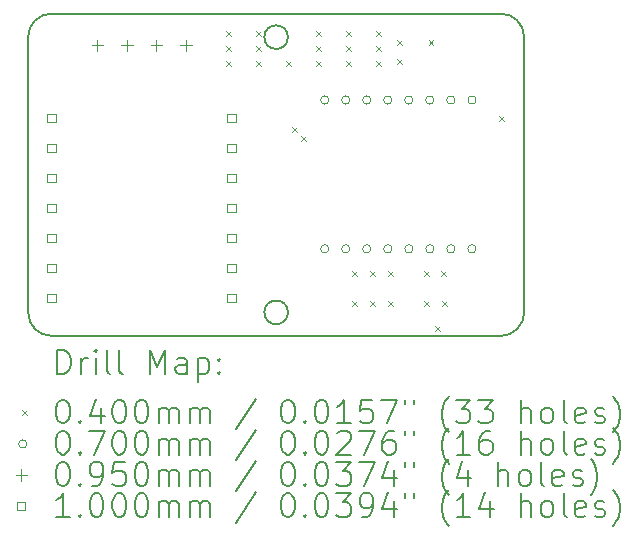
<source format=gbr>
%FSLAX45Y45*%
G04 Gerber Fmt 4.5, Leading zero omitted, Abs format (unit mm)*
G04 Created by KiCad (PCBNEW (6.0.2)) date 2022-03-23 02:53:55*
%MOMM*%
%LPD*%
G01*
G04 APERTURE LIST*
%TA.AperFunction,Profile*%
%ADD10C,0.200000*%
%TD*%
%ADD11C,0.200000*%
%ADD12C,0.040000*%
%ADD13C,0.070000*%
%ADD14C,0.095000*%
%ADD15C,0.100000*%
G04 APERTURE END LIST*
D10*
X18350000Y-6850000D02*
G75*
G03*
X18150000Y-6650000I-200000J0D01*
G01*
X14350000Y-6650000D02*
X18150000Y-6650000D01*
X18150000Y-9380000D02*
X14350000Y-9380000D01*
X16350000Y-9180000D02*
G75*
G03*
X16350000Y-9180000I-100000J0D01*
G01*
X14350000Y-6650000D02*
G75*
G03*
X14150000Y-6850000I0J-200000D01*
G01*
X14150000Y-9180000D02*
X14150000Y-6850000D01*
X18350000Y-6850000D02*
X18350000Y-9180000D01*
X18150000Y-9380000D02*
G75*
G03*
X18350000Y-9180000I0J200000D01*
G01*
X16350000Y-6850000D02*
G75*
G03*
X16350000Y-6850000I-100000J0D01*
G01*
X14150000Y-9180000D02*
G75*
G03*
X14350000Y-9380000I200000J0D01*
G01*
D11*
D12*
X15825750Y-6801500D02*
X15865750Y-6841500D01*
X15865750Y-6801500D02*
X15825750Y-6841500D01*
X15825750Y-6928500D02*
X15865750Y-6968500D01*
X15865750Y-6928500D02*
X15825750Y-6968500D01*
X15825750Y-7055500D02*
X15865750Y-7095500D01*
X15865750Y-7055500D02*
X15825750Y-7095500D01*
X16079750Y-6801500D02*
X16119750Y-6841500D01*
X16119750Y-6801500D02*
X16079750Y-6841500D01*
X16079750Y-6928500D02*
X16119750Y-6968500D01*
X16119750Y-6928500D02*
X16079750Y-6968500D01*
X16079750Y-7055500D02*
X16119750Y-7095500D01*
X16119750Y-7055500D02*
X16079750Y-7095500D01*
X16333750Y-7055500D02*
X16373750Y-7095500D01*
X16373750Y-7055500D02*
X16333750Y-7095500D01*
X16384550Y-7614300D02*
X16424550Y-7654300D01*
X16424550Y-7614300D02*
X16384550Y-7654300D01*
X16460750Y-7690500D02*
X16500750Y-7730500D01*
X16500750Y-7690500D02*
X16460750Y-7730500D01*
X16587750Y-6801500D02*
X16627750Y-6841500D01*
X16627750Y-6801500D02*
X16587750Y-6841500D01*
X16587750Y-6928500D02*
X16627750Y-6968500D01*
X16627750Y-6928500D02*
X16587750Y-6968500D01*
X16587750Y-7055500D02*
X16627750Y-7095500D01*
X16627750Y-7055500D02*
X16587750Y-7095500D01*
X16841750Y-6801500D02*
X16881750Y-6841500D01*
X16881750Y-6801500D02*
X16841750Y-6841500D01*
X16841750Y-6928500D02*
X16881750Y-6968500D01*
X16881750Y-6928500D02*
X16841750Y-6968500D01*
X16841750Y-7055500D02*
X16881750Y-7095500D01*
X16881750Y-7055500D02*
X16841750Y-7095500D01*
X16892550Y-8833500D02*
X16932550Y-8873500D01*
X16932550Y-8833500D02*
X16892550Y-8873500D01*
X16892550Y-9087500D02*
X16932550Y-9127500D01*
X16932550Y-9087500D02*
X16892550Y-9127500D01*
X17046850Y-8833500D02*
X17086850Y-8873500D01*
X17086850Y-8833500D02*
X17046850Y-8873500D01*
X17046850Y-9087500D02*
X17086850Y-9127500D01*
X17086850Y-9087500D02*
X17046850Y-9127500D01*
X17095750Y-6801500D02*
X17135750Y-6841500D01*
X17135750Y-6801500D02*
X17095750Y-6841500D01*
X17095750Y-6928500D02*
X17135750Y-6968500D01*
X17135750Y-6928500D02*
X17095750Y-6968500D01*
X17095750Y-7055500D02*
X17135750Y-7095500D01*
X17135750Y-7055500D02*
X17095750Y-7095500D01*
X17197350Y-8833500D02*
X17237350Y-8873500D01*
X17237350Y-8833500D02*
X17197350Y-8873500D01*
X17197350Y-9087500D02*
X17237350Y-9127500D01*
X17237350Y-9087500D02*
X17197350Y-9127500D01*
X17273500Y-7035180D02*
X17313500Y-7075180D01*
X17313500Y-7035180D02*
X17273500Y-7075180D01*
X17273550Y-6877700D02*
X17313550Y-6917700D01*
X17313550Y-6877700D02*
X17273550Y-6917700D01*
X17504050Y-8833500D02*
X17544050Y-8873500D01*
X17544050Y-8833500D02*
X17504050Y-8873500D01*
X17504050Y-9087500D02*
X17544050Y-9127500D01*
X17544050Y-9087500D02*
X17504050Y-9127500D01*
X17540250Y-6877700D02*
X17580250Y-6917700D01*
X17580250Y-6877700D02*
X17540250Y-6917700D01*
X17597600Y-9296870D02*
X17637600Y-9336870D01*
X17637600Y-9296870D02*
X17597600Y-9336870D01*
X17649470Y-8833500D02*
X17689470Y-8873500D01*
X17689470Y-8833500D02*
X17649470Y-8873500D01*
X17654550Y-9087500D02*
X17694550Y-9127500D01*
X17694550Y-9087500D02*
X17654550Y-9127500D01*
X18137100Y-7517780D02*
X18177100Y-7557780D01*
X18177100Y-7517780D02*
X18137100Y-7557780D01*
D13*
X16696750Y-7382500D02*
G75*
G03*
X16696750Y-7382500I-35000J0D01*
G01*
X16696750Y-8642500D02*
G75*
G03*
X16696750Y-8642500I-35000J0D01*
G01*
X16874750Y-7382500D02*
G75*
G03*
X16874750Y-7382500I-35000J0D01*
G01*
X16874750Y-8642500D02*
G75*
G03*
X16874750Y-8642500I-35000J0D01*
G01*
X17052750Y-7382500D02*
G75*
G03*
X17052750Y-7382500I-35000J0D01*
G01*
X17052750Y-8642500D02*
G75*
G03*
X17052750Y-8642500I-35000J0D01*
G01*
X17230750Y-7382500D02*
G75*
G03*
X17230750Y-7382500I-35000J0D01*
G01*
X17230750Y-8642500D02*
G75*
G03*
X17230750Y-8642500I-35000J0D01*
G01*
X17408750Y-7382500D02*
G75*
G03*
X17408750Y-7382500I-35000J0D01*
G01*
X17408750Y-8642500D02*
G75*
G03*
X17408750Y-8642500I-35000J0D01*
G01*
X17586750Y-7382500D02*
G75*
G03*
X17586750Y-7382500I-35000J0D01*
G01*
X17586750Y-8642500D02*
G75*
G03*
X17586750Y-8642500I-35000J0D01*
G01*
X17764750Y-7382500D02*
G75*
G03*
X17764750Y-7382500I-35000J0D01*
G01*
X17764750Y-8642500D02*
G75*
G03*
X17764750Y-8642500I-35000J0D01*
G01*
X17942750Y-7382500D02*
G75*
G03*
X17942750Y-7382500I-35000J0D01*
G01*
X17942750Y-8642500D02*
G75*
G03*
X17942750Y-8642500I-35000J0D01*
G01*
D14*
X14736500Y-6871900D02*
X14736500Y-6966900D01*
X14689000Y-6919400D02*
X14784000Y-6919400D01*
X14986500Y-6871900D02*
X14986500Y-6966900D01*
X14939000Y-6919400D02*
X15034000Y-6919400D01*
X15236500Y-6871900D02*
X15236500Y-6966900D01*
X15189000Y-6919400D02*
X15284000Y-6919400D01*
X15486500Y-6871900D02*
X15486500Y-6966900D01*
X15439000Y-6919400D02*
X15534000Y-6919400D01*
D15*
X14382506Y-7568056D02*
X14382506Y-7497344D01*
X14311794Y-7497344D01*
X14311794Y-7568056D01*
X14382506Y-7568056D01*
X14382506Y-7822056D02*
X14382506Y-7751344D01*
X14311794Y-7751344D01*
X14311794Y-7822056D01*
X14382506Y-7822056D01*
X14382506Y-8076056D02*
X14382506Y-8005344D01*
X14311794Y-8005344D01*
X14311794Y-8076056D01*
X14382506Y-8076056D01*
X14382506Y-8330056D02*
X14382506Y-8259344D01*
X14311794Y-8259344D01*
X14311794Y-8330056D01*
X14382506Y-8330056D01*
X14382506Y-8584056D02*
X14382506Y-8513344D01*
X14311794Y-8513344D01*
X14311794Y-8584056D01*
X14382506Y-8584056D01*
X14382506Y-8838056D02*
X14382506Y-8767344D01*
X14311794Y-8767344D01*
X14311794Y-8838056D01*
X14382506Y-8838056D01*
X14382506Y-9092056D02*
X14382506Y-9021344D01*
X14311794Y-9021344D01*
X14311794Y-9092056D01*
X14382506Y-9092056D01*
X15906506Y-7568056D02*
X15906506Y-7497344D01*
X15835794Y-7497344D01*
X15835794Y-7568056D01*
X15906506Y-7568056D01*
X15906506Y-7822056D02*
X15906506Y-7751344D01*
X15835794Y-7751344D01*
X15835794Y-7822056D01*
X15906506Y-7822056D01*
X15906506Y-8076056D02*
X15906506Y-8005344D01*
X15835794Y-8005344D01*
X15835794Y-8076056D01*
X15906506Y-8076056D01*
X15906506Y-8330056D02*
X15906506Y-8259344D01*
X15835794Y-8259344D01*
X15835794Y-8330056D01*
X15906506Y-8330056D01*
X15906506Y-8584056D02*
X15906506Y-8513344D01*
X15835794Y-8513344D01*
X15835794Y-8584056D01*
X15906506Y-8584056D01*
X15906506Y-8838056D02*
X15906506Y-8767344D01*
X15835794Y-8767344D01*
X15835794Y-8838056D01*
X15906506Y-8838056D01*
X15906506Y-9092056D02*
X15906506Y-9021344D01*
X15835794Y-9021344D01*
X15835794Y-9092056D01*
X15906506Y-9092056D01*
D11*
X14397619Y-9700476D02*
X14397619Y-9500476D01*
X14445238Y-9500476D01*
X14473809Y-9510000D01*
X14492857Y-9529048D01*
X14502381Y-9548095D01*
X14511905Y-9586190D01*
X14511905Y-9614762D01*
X14502381Y-9652857D01*
X14492857Y-9671905D01*
X14473809Y-9690952D01*
X14445238Y-9700476D01*
X14397619Y-9700476D01*
X14597619Y-9700476D02*
X14597619Y-9567143D01*
X14597619Y-9605238D02*
X14607143Y-9586190D01*
X14616667Y-9576667D01*
X14635714Y-9567143D01*
X14654762Y-9567143D01*
X14721428Y-9700476D02*
X14721428Y-9567143D01*
X14721428Y-9500476D02*
X14711905Y-9510000D01*
X14721428Y-9519524D01*
X14730952Y-9510000D01*
X14721428Y-9500476D01*
X14721428Y-9519524D01*
X14845238Y-9700476D02*
X14826190Y-9690952D01*
X14816667Y-9671905D01*
X14816667Y-9500476D01*
X14950000Y-9700476D02*
X14930952Y-9690952D01*
X14921428Y-9671905D01*
X14921428Y-9500476D01*
X15178571Y-9700476D02*
X15178571Y-9500476D01*
X15245238Y-9643333D01*
X15311905Y-9500476D01*
X15311905Y-9700476D01*
X15492857Y-9700476D02*
X15492857Y-9595714D01*
X15483333Y-9576667D01*
X15464286Y-9567143D01*
X15426190Y-9567143D01*
X15407143Y-9576667D01*
X15492857Y-9690952D02*
X15473809Y-9700476D01*
X15426190Y-9700476D01*
X15407143Y-9690952D01*
X15397619Y-9671905D01*
X15397619Y-9652857D01*
X15407143Y-9633810D01*
X15426190Y-9624286D01*
X15473809Y-9624286D01*
X15492857Y-9614762D01*
X15588095Y-9567143D02*
X15588095Y-9767143D01*
X15588095Y-9576667D02*
X15607143Y-9567143D01*
X15645238Y-9567143D01*
X15664286Y-9576667D01*
X15673809Y-9586190D01*
X15683333Y-9605238D01*
X15683333Y-9662381D01*
X15673809Y-9681429D01*
X15664286Y-9690952D01*
X15645238Y-9700476D01*
X15607143Y-9700476D01*
X15588095Y-9690952D01*
X15769048Y-9681429D02*
X15778571Y-9690952D01*
X15769048Y-9700476D01*
X15759524Y-9690952D01*
X15769048Y-9681429D01*
X15769048Y-9700476D01*
X15769048Y-9576667D02*
X15778571Y-9586190D01*
X15769048Y-9595714D01*
X15759524Y-9586190D01*
X15769048Y-9576667D01*
X15769048Y-9595714D01*
D12*
X14100000Y-10010000D02*
X14140000Y-10050000D01*
X14140000Y-10010000D02*
X14100000Y-10050000D01*
D11*
X14435714Y-9920476D02*
X14454762Y-9920476D01*
X14473809Y-9930000D01*
X14483333Y-9939524D01*
X14492857Y-9958571D01*
X14502381Y-9996667D01*
X14502381Y-10044286D01*
X14492857Y-10082381D01*
X14483333Y-10101429D01*
X14473809Y-10110952D01*
X14454762Y-10120476D01*
X14435714Y-10120476D01*
X14416667Y-10110952D01*
X14407143Y-10101429D01*
X14397619Y-10082381D01*
X14388095Y-10044286D01*
X14388095Y-9996667D01*
X14397619Y-9958571D01*
X14407143Y-9939524D01*
X14416667Y-9930000D01*
X14435714Y-9920476D01*
X14588095Y-10101429D02*
X14597619Y-10110952D01*
X14588095Y-10120476D01*
X14578571Y-10110952D01*
X14588095Y-10101429D01*
X14588095Y-10120476D01*
X14769048Y-9987143D02*
X14769048Y-10120476D01*
X14721428Y-9910952D02*
X14673809Y-10053810D01*
X14797619Y-10053810D01*
X14911905Y-9920476D02*
X14930952Y-9920476D01*
X14950000Y-9930000D01*
X14959524Y-9939524D01*
X14969048Y-9958571D01*
X14978571Y-9996667D01*
X14978571Y-10044286D01*
X14969048Y-10082381D01*
X14959524Y-10101429D01*
X14950000Y-10110952D01*
X14930952Y-10120476D01*
X14911905Y-10120476D01*
X14892857Y-10110952D01*
X14883333Y-10101429D01*
X14873809Y-10082381D01*
X14864286Y-10044286D01*
X14864286Y-9996667D01*
X14873809Y-9958571D01*
X14883333Y-9939524D01*
X14892857Y-9930000D01*
X14911905Y-9920476D01*
X15102381Y-9920476D02*
X15121428Y-9920476D01*
X15140476Y-9930000D01*
X15150000Y-9939524D01*
X15159524Y-9958571D01*
X15169048Y-9996667D01*
X15169048Y-10044286D01*
X15159524Y-10082381D01*
X15150000Y-10101429D01*
X15140476Y-10110952D01*
X15121428Y-10120476D01*
X15102381Y-10120476D01*
X15083333Y-10110952D01*
X15073809Y-10101429D01*
X15064286Y-10082381D01*
X15054762Y-10044286D01*
X15054762Y-9996667D01*
X15064286Y-9958571D01*
X15073809Y-9939524D01*
X15083333Y-9930000D01*
X15102381Y-9920476D01*
X15254762Y-10120476D02*
X15254762Y-9987143D01*
X15254762Y-10006190D02*
X15264286Y-9996667D01*
X15283333Y-9987143D01*
X15311905Y-9987143D01*
X15330952Y-9996667D01*
X15340476Y-10015714D01*
X15340476Y-10120476D01*
X15340476Y-10015714D02*
X15350000Y-9996667D01*
X15369048Y-9987143D01*
X15397619Y-9987143D01*
X15416667Y-9996667D01*
X15426190Y-10015714D01*
X15426190Y-10120476D01*
X15521428Y-10120476D02*
X15521428Y-9987143D01*
X15521428Y-10006190D02*
X15530952Y-9996667D01*
X15550000Y-9987143D01*
X15578571Y-9987143D01*
X15597619Y-9996667D01*
X15607143Y-10015714D01*
X15607143Y-10120476D01*
X15607143Y-10015714D02*
X15616667Y-9996667D01*
X15635714Y-9987143D01*
X15664286Y-9987143D01*
X15683333Y-9996667D01*
X15692857Y-10015714D01*
X15692857Y-10120476D01*
X16083333Y-9910952D02*
X15911905Y-10168095D01*
X16340476Y-9920476D02*
X16359524Y-9920476D01*
X16378571Y-9930000D01*
X16388095Y-9939524D01*
X16397619Y-9958571D01*
X16407143Y-9996667D01*
X16407143Y-10044286D01*
X16397619Y-10082381D01*
X16388095Y-10101429D01*
X16378571Y-10110952D01*
X16359524Y-10120476D01*
X16340476Y-10120476D01*
X16321428Y-10110952D01*
X16311905Y-10101429D01*
X16302381Y-10082381D01*
X16292857Y-10044286D01*
X16292857Y-9996667D01*
X16302381Y-9958571D01*
X16311905Y-9939524D01*
X16321428Y-9930000D01*
X16340476Y-9920476D01*
X16492857Y-10101429D02*
X16502381Y-10110952D01*
X16492857Y-10120476D01*
X16483333Y-10110952D01*
X16492857Y-10101429D01*
X16492857Y-10120476D01*
X16626190Y-9920476D02*
X16645238Y-9920476D01*
X16664286Y-9930000D01*
X16673809Y-9939524D01*
X16683333Y-9958571D01*
X16692857Y-9996667D01*
X16692857Y-10044286D01*
X16683333Y-10082381D01*
X16673809Y-10101429D01*
X16664286Y-10110952D01*
X16645238Y-10120476D01*
X16626190Y-10120476D01*
X16607143Y-10110952D01*
X16597619Y-10101429D01*
X16588095Y-10082381D01*
X16578571Y-10044286D01*
X16578571Y-9996667D01*
X16588095Y-9958571D01*
X16597619Y-9939524D01*
X16607143Y-9930000D01*
X16626190Y-9920476D01*
X16883333Y-10120476D02*
X16769048Y-10120476D01*
X16826190Y-10120476D02*
X16826190Y-9920476D01*
X16807143Y-9949048D01*
X16788095Y-9968095D01*
X16769048Y-9977619D01*
X17064286Y-9920476D02*
X16969048Y-9920476D01*
X16959524Y-10015714D01*
X16969048Y-10006190D01*
X16988095Y-9996667D01*
X17035714Y-9996667D01*
X17054762Y-10006190D01*
X17064286Y-10015714D01*
X17073810Y-10034762D01*
X17073810Y-10082381D01*
X17064286Y-10101429D01*
X17054762Y-10110952D01*
X17035714Y-10120476D01*
X16988095Y-10120476D01*
X16969048Y-10110952D01*
X16959524Y-10101429D01*
X17140476Y-9920476D02*
X17273810Y-9920476D01*
X17188095Y-10120476D01*
X17340476Y-9920476D02*
X17340476Y-9958571D01*
X17416667Y-9920476D02*
X17416667Y-9958571D01*
X17711905Y-10196667D02*
X17702381Y-10187143D01*
X17683333Y-10158571D01*
X17673810Y-10139524D01*
X17664286Y-10110952D01*
X17654762Y-10063333D01*
X17654762Y-10025238D01*
X17664286Y-9977619D01*
X17673810Y-9949048D01*
X17683333Y-9930000D01*
X17702381Y-9901429D01*
X17711905Y-9891905D01*
X17769048Y-9920476D02*
X17892857Y-9920476D01*
X17826190Y-9996667D01*
X17854762Y-9996667D01*
X17873810Y-10006190D01*
X17883333Y-10015714D01*
X17892857Y-10034762D01*
X17892857Y-10082381D01*
X17883333Y-10101429D01*
X17873810Y-10110952D01*
X17854762Y-10120476D01*
X17797619Y-10120476D01*
X17778571Y-10110952D01*
X17769048Y-10101429D01*
X17959524Y-9920476D02*
X18083333Y-9920476D01*
X18016667Y-9996667D01*
X18045238Y-9996667D01*
X18064286Y-10006190D01*
X18073810Y-10015714D01*
X18083333Y-10034762D01*
X18083333Y-10082381D01*
X18073810Y-10101429D01*
X18064286Y-10110952D01*
X18045238Y-10120476D01*
X17988095Y-10120476D01*
X17969048Y-10110952D01*
X17959524Y-10101429D01*
X18321429Y-10120476D02*
X18321429Y-9920476D01*
X18407143Y-10120476D02*
X18407143Y-10015714D01*
X18397619Y-9996667D01*
X18378571Y-9987143D01*
X18350000Y-9987143D01*
X18330952Y-9996667D01*
X18321429Y-10006190D01*
X18530952Y-10120476D02*
X18511905Y-10110952D01*
X18502381Y-10101429D01*
X18492857Y-10082381D01*
X18492857Y-10025238D01*
X18502381Y-10006190D01*
X18511905Y-9996667D01*
X18530952Y-9987143D01*
X18559524Y-9987143D01*
X18578571Y-9996667D01*
X18588095Y-10006190D01*
X18597619Y-10025238D01*
X18597619Y-10082381D01*
X18588095Y-10101429D01*
X18578571Y-10110952D01*
X18559524Y-10120476D01*
X18530952Y-10120476D01*
X18711905Y-10120476D02*
X18692857Y-10110952D01*
X18683333Y-10091905D01*
X18683333Y-9920476D01*
X18864286Y-10110952D02*
X18845238Y-10120476D01*
X18807143Y-10120476D01*
X18788095Y-10110952D01*
X18778571Y-10091905D01*
X18778571Y-10015714D01*
X18788095Y-9996667D01*
X18807143Y-9987143D01*
X18845238Y-9987143D01*
X18864286Y-9996667D01*
X18873810Y-10015714D01*
X18873810Y-10034762D01*
X18778571Y-10053810D01*
X18950000Y-10110952D02*
X18969048Y-10120476D01*
X19007143Y-10120476D01*
X19026190Y-10110952D01*
X19035714Y-10091905D01*
X19035714Y-10082381D01*
X19026190Y-10063333D01*
X19007143Y-10053810D01*
X18978571Y-10053810D01*
X18959524Y-10044286D01*
X18950000Y-10025238D01*
X18950000Y-10015714D01*
X18959524Y-9996667D01*
X18978571Y-9987143D01*
X19007143Y-9987143D01*
X19026190Y-9996667D01*
X19102381Y-10196667D02*
X19111905Y-10187143D01*
X19130952Y-10158571D01*
X19140476Y-10139524D01*
X19150000Y-10110952D01*
X19159524Y-10063333D01*
X19159524Y-10025238D01*
X19150000Y-9977619D01*
X19140476Y-9949048D01*
X19130952Y-9930000D01*
X19111905Y-9901429D01*
X19102381Y-9891905D01*
D13*
X14140000Y-10294000D02*
G75*
G03*
X14140000Y-10294000I-35000J0D01*
G01*
D11*
X14435714Y-10184476D02*
X14454762Y-10184476D01*
X14473809Y-10194000D01*
X14483333Y-10203524D01*
X14492857Y-10222571D01*
X14502381Y-10260667D01*
X14502381Y-10308286D01*
X14492857Y-10346381D01*
X14483333Y-10365429D01*
X14473809Y-10374952D01*
X14454762Y-10384476D01*
X14435714Y-10384476D01*
X14416667Y-10374952D01*
X14407143Y-10365429D01*
X14397619Y-10346381D01*
X14388095Y-10308286D01*
X14388095Y-10260667D01*
X14397619Y-10222571D01*
X14407143Y-10203524D01*
X14416667Y-10194000D01*
X14435714Y-10184476D01*
X14588095Y-10365429D02*
X14597619Y-10374952D01*
X14588095Y-10384476D01*
X14578571Y-10374952D01*
X14588095Y-10365429D01*
X14588095Y-10384476D01*
X14664286Y-10184476D02*
X14797619Y-10184476D01*
X14711905Y-10384476D01*
X14911905Y-10184476D02*
X14930952Y-10184476D01*
X14950000Y-10194000D01*
X14959524Y-10203524D01*
X14969048Y-10222571D01*
X14978571Y-10260667D01*
X14978571Y-10308286D01*
X14969048Y-10346381D01*
X14959524Y-10365429D01*
X14950000Y-10374952D01*
X14930952Y-10384476D01*
X14911905Y-10384476D01*
X14892857Y-10374952D01*
X14883333Y-10365429D01*
X14873809Y-10346381D01*
X14864286Y-10308286D01*
X14864286Y-10260667D01*
X14873809Y-10222571D01*
X14883333Y-10203524D01*
X14892857Y-10194000D01*
X14911905Y-10184476D01*
X15102381Y-10184476D02*
X15121428Y-10184476D01*
X15140476Y-10194000D01*
X15150000Y-10203524D01*
X15159524Y-10222571D01*
X15169048Y-10260667D01*
X15169048Y-10308286D01*
X15159524Y-10346381D01*
X15150000Y-10365429D01*
X15140476Y-10374952D01*
X15121428Y-10384476D01*
X15102381Y-10384476D01*
X15083333Y-10374952D01*
X15073809Y-10365429D01*
X15064286Y-10346381D01*
X15054762Y-10308286D01*
X15054762Y-10260667D01*
X15064286Y-10222571D01*
X15073809Y-10203524D01*
X15083333Y-10194000D01*
X15102381Y-10184476D01*
X15254762Y-10384476D02*
X15254762Y-10251143D01*
X15254762Y-10270190D02*
X15264286Y-10260667D01*
X15283333Y-10251143D01*
X15311905Y-10251143D01*
X15330952Y-10260667D01*
X15340476Y-10279714D01*
X15340476Y-10384476D01*
X15340476Y-10279714D02*
X15350000Y-10260667D01*
X15369048Y-10251143D01*
X15397619Y-10251143D01*
X15416667Y-10260667D01*
X15426190Y-10279714D01*
X15426190Y-10384476D01*
X15521428Y-10384476D02*
X15521428Y-10251143D01*
X15521428Y-10270190D02*
X15530952Y-10260667D01*
X15550000Y-10251143D01*
X15578571Y-10251143D01*
X15597619Y-10260667D01*
X15607143Y-10279714D01*
X15607143Y-10384476D01*
X15607143Y-10279714D02*
X15616667Y-10260667D01*
X15635714Y-10251143D01*
X15664286Y-10251143D01*
X15683333Y-10260667D01*
X15692857Y-10279714D01*
X15692857Y-10384476D01*
X16083333Y-10174952D02*
X15911905Y-10432095D01*
X16340476Y-10184476D02*
X16359524Y-10184476D01*
X16378571Y-10194000D01*
X16388095Y-10203524D01*
X16397619Y-10222571D01*
X16407143Y-10260667D01*
X16407143Y-10308286D01*
X16397619Y-10346381D01*
X16388095Y-10365429D01*
X16378571Y-10374952D01*
X16359524Y-10384476D01*
X16340476Y-10384476D01*
X16321428Y-10374952D01*
X16311905Y-10365429D01*
X16302381Y-10346381D01*
X16292857Y-10308286D01*
X16292857Y-10260667D01*
X16302381Y-10222571D01*
X16311905Y-10203524D01*
X16321428Y-10194000D01*
X16340476Y-10184476D01*
X16492857Y-10365429D02*
X16502381Y-10374952D01*
X16492857Y-10384476D01*
X16483333Y-10374952D01*
X16492857Y-10365429D01*
X16492857Y-10384476D01*
X16626190Y-10184476D02*
X16645238Y-10184476D01*
X16664286Y-10194000D01*
X16673809Y-10203524D01*
X16683333Y-10222571D01*
X16692857Y-10260667D01*
X16692857Y-10308286D01*
X16683333Y-10346381D01*
X16673809Y-10365429D01*
X16664286Y-10374952D01*
X16645238Y-10384476D01*
X16626190Y-10384476D01*
X16607143Y-10374952D01*
X16597619Y-10365429D01*
X16588095Y-10346381D01*
X16578571Y-10308286D01*
X16578571Y-10260667D01*
X16588095Y-10222571D01*
X16597619Y-10203524D01*
X16607143Y-10194000D01*
X16626190Y-10184476D01*
X16769048Y-10203524D02*
X16778571Y-10194000D01*
X16797619Y-10184476D01*
X16845238Y-10184476D01*
X16864286Y-10194000D01*
X16873810Y-10203524D01*
X16883333Y-10222571D01*
X16883333Y-10241619D01*
X16873810Y-10270190D01*
X16759524Y-10384476D01*
X16883333Y-10384476D01*
X16950000Y-10184476D02*
X17083333Y-10184476D01*
X16997619Y-10384476D01*
X17245238Y-10184476D02*
X17207143Y-10184476D01*
X17188095Y-10194000D01*
X17178571Y-10203524D01*
X17159524Y-10232095D01*
X17150000Y-10270190D01*
X17150000Y-10346381D01*
X17159524Y-10365429D01*
X17169048Y-10374952D01*
X17188095Y-10384476D01*
X17226190Y-10384476D01*
X17245238Y-10374952D01*
X17254762Y-10365429D01*
X17264286Y-10346381D01*
X17264286Y-10298762D01*
X17254762Y-10279714D01*
X17245238Y-10270190D01*
X17226190Y-10260667D01*
X17188095Y-10260667D01*
X17169048Y-10270190D01*
X17159524Y-10279714D01*
X17150000Y-10298762D01*
X17340476Y-10184476D02*
X17340476Y-10222571D01*
X17416667Y-10184476D02*
X17416667Y-10222571D01*
X17711905Y-10460667D02*
X17702381Y-10451143D01*
X17683333Y-10422571D01*
X17673810Y-10403524D01*
X17664286Y-10374952D01*
X17654762Y-10327333D01*
X17654762Y-10289238D01*
X17664286Y-10241619D01*
X17673810Y-10213048D01*
X17683333Y-10194000D01*
X17702381Y-10165429D01*
X17711905Y-10155905D01*
X17892857Y-10384476D02*
X17778571Y-10384476D01*
X17835714Y-10384476D02*
X17835714Y-10184476D01*
X17816667Y-10213048D01*
X17797619Y-10232095D01*
X17778571Y-10241619D01*
X18064286Y-10184476D02*
X18026190Y-10184476D01*
X18007143Y-10194000D01*
X17997619Y-10203524D01*
X17978571Y-10232095D01*
X17969048Y-10270190D01*
X17969048Y-10346381D01*
X17978571Y-10365429D01*
X17988095Y-10374952D01*
X18007143Y-10384476D01*
X18045238Y-10384476D01*
X18064286Y-10374952D01*
X18073810Y-10365429D01*
X18083333Y-10346381D01*
X18083333Y-10298762D01*
X18073810Y-10279714D01*
X18064286Y-10270190D01*
X18045238Y-10260667D01*
X18007143Y-10260667D01*
X17988095Y-10270190D01*
X17978571Y-10279714D01*
X17969048Y-10298762D01*
X18321429Y-10384476D02*
X18321429Y-10184476D01*
X18407143Y-10384476D02*
X18407143Y-10279714D01*
X18397619Y-10260667D01*
X18378571Y-10251143D01*
X18350000Y-10251143D01*
X18330952Y-10260667D01*
X18321429Y-10270190D01*
X18530952Y-10384476D02*
X18511905Y-10374952D01*
X18502381Y-10365429D01*
X18492857Y-10346381D01*
X18492857Y-10289238D01*
X18502381Y-10270190D01*
X18511905Y-10260667D01*
X18530952Y-10251143D01*
X18559524Y-10251143D01*
X18578571Y-10260667D01*
X18588095Y-10270190D01*
X18597619Y-10289238D01*
X18597619Y-10346381D01*
X18588095Y-10365429D01*
X18578571Y-10374952D01*
X18559524Y-10384476D01*
X18530952Y-10384476D01*
X18711905Y-10384476D02*
X18692857Y-10374952D01*
X18683333Y-10355905D01*
X18683333Y-10184476D01*
X18864286Y-10374952D02*
X18845238Y-10384476D01*
X18807143Y-10384476D01*
X18788095Y-10374952D01*
X18778571Y-10355905D01*
X18778571Y-10279714D01*
X18788095Y-10260667D01*
X18807143Y-10251143D01*
X18845238Y-10251143D01*
X18864286Y-10260667D01*
X18873810Y-10279714D01*
X18873810Y-10298762D01*
X18778571Y-10317810D01*
X18950000Y-10374952D02*
X18969048Y-10384476D01*
X19007143Y-10384476D01*
X19026190Y-10374952D01*
X19035714Y-10355905D01*
X19035714Y-10346381D01*
X19026190Y-10327333D01*
X19007143Y-10317810D01*
X18978571Y-10317810D01*
X18959524Y-10308286D01*
X18950000Y-10289238D01*
X18950000Y-10279714D01*
X18959524Y-10260667D01*
X18978571Y-10251143D01*
X19007143Y-10251143D01*
X19026190Y-10260667D01*
X19102381Y-10460667D02*
X19111905Y-10451143D01*
X19130952Y-10422571D01*
X19140476Y-10403524D01*
X19150000Y-10374952D01*
X19159524Y-10327333D01*
X19159524Y-10289238D01*
X19150000Y-10241619D01*
X19140476Y-10213048D01*
X19130952Y-10194000D01*
X19111905Y-10165429D01*
X19102381Y-10155905D01*
D14*
X14092500Y-10510500D02*
X14092500Y-10605500D01*
X14045000Y-10558000D02*
X14140000Y-10558000D01*
D11*
X14435714Y-10448476D02*
X14454762Y-10448476D01*
X14473809Y-10458000D01*
X14483333Y-10467524D01*
X14492857Y-10486571D01*
X14502381Y-10524667D01*
X14502381Y-10572286D01*
X14492857Y-10610381D01*
X14483333Y-10629429D01*
X14473809Y-10638952D01*
X14454762Y-10648476D01*
X14435714Y-10648476D01*
X14416667Y-10638952D01*
X14407143Y-10629429D01*
X14397619Y-10610381D01*
X14388095Y-10572286D01*
X14388095Y-10524667D01*
X14397619Y-10486571D01*
X14407143Y-10467524D01*
X14416667Y-10458000D01*
X14435714Y-10448476D01*
X14588095Y-10629429D02*
X14597619Y-10638952D01*
X14588095Y-10648476D01*
X14578571Y-10638952D01*
X14588095Y-10629429D01*
X14588095Y-10648476D01*
X14692857Y-10648476D02*
X14730952Y-10648476D01*
X14750000Y-10638952D01*
X14759524Y-10629429D01*
X14778571Y-10600857D01*
X14788095Y-10562762D01*
X14788095Y-10486571D01*
X14778571Y-10467524D01*
X14769048Y-10458000D01*
X14750000Y-10448476D01*
X14711905Y-10448476D01*
X14692857Y-10458000D01*
X14683333Y-10467524D01*
X14673809Y-10486571D01*
X14673809Y-10534190D01*
X14683333Y-10553238D01*
X14692857Y-10562762D01*
X14711905Y-10572286D01*
X14750000Y-10572286D01*
X14769048Y-10562762D01*
X14778571Y-10553238D01*
X14788095Y-10534190D01*
X14969048Y-10448476D02*
X14873809Y-10448476D01*
X14864286Y-10543714D01*
X14873809Y-10534190D01*
X14892857Y-10524667D01*
X14940476Y-10524667D01*
X14959524Y-10534190D01*
X14969048Y-10543714D01*
X14978571Y-10562762D01*
X14978571Y-10610381D01*
X14969048Y-10629429D01*
X14959524Y-10638952D01*
X14940476Y-10648476D01*
X14892857Y-10648476D01*
X14873809Y-10638952D01*
X14864286Y-10629429D01*
X15102381Y-10448476D02*
X15121428Y-10448476D01*
X15140476Y-10458000D01*
X15150000Y-10467524D01*
X15159524Y-10486571D01*
X15169048Y-10524667D01*
X15169048Y-10572286D01*
X15159524Y-10610381D01*
X15150000Y-10629429D01*
X15140476Y-10638952D01*
X15121428Y-10648476D01*
X15102381Y-10648476D01*
X15083333Y-10638952D01*
X15073809Y-10629429D01*
X15064286Y-10610381D01*
X15054762Y-10572286D01*
X15054762Y-10524667D01*
X15064286Y-10486571D01*
X15073809Y-10467524D01*
X15083333Y-10458000D01*
X15102381Y-10448476D01*
X15254762Y-10648476D02*
X15254762Y-10515143D01*
X15254762Y-10534190D02*
X15264286Y-10524667D01*
X15283333Y-10515143D01*
X15311905Y-10515143D01*
X15330952Y-10524667D01*
X15340476Y-10543714D01*
X15340476Y-10648476D01*
X15340476Y-10543714D02*
X15350000Y-10524667D01*
X15369048Y-10515143D01*
X15397619Y-10515143D01*
X15416667Y-10524667D01*
X15426190Y-10543714D01*
X15426190Y-10648476D01*
X15521428Y-10648476D02*
X15521428Y-10515143D01*
X15521428Y-10534190D02*
X15530952Y-10524667D01*
X15550000Y-10515143D01*
X15578571Y-10515143D01*
X15597619Y-10524667D01*
X15607143Y-10543714D01*
X15607143Y-10648476D01*
X15607143Y-10543714D02*
X15616667Y-10524667D01*
X15635714Y-10515143D01*
X15664286Y-10515143D01*
X15683333Y-10524667D01*
X15692857Y-10543714D01*
X15692857Y-10648476D01*
X16083333Y-10438952D02*
X15911905Y-10696095D01*
X16340476Y-10448476D02*
X16359524Y-10448476D01*
X16378571Y-10458000D01*
X16388095Y-10467524D01*
X16397619Y-10486571D01*
X16407143Y-10524667D01*
X16407143Y-10572286D01*
X16397619Y-10610381D01*
X16388095Y-10629429D01*
X16378571Y-10638952D01*
X16359524Y-10648476D01*
X16340476Y-10648476D01*
X16321428Y-10638952D01*
X16311905Y-10629429D01*
X16302381Y-10610381D01*
X16292857Y-10572286D01*
X16292857Y-10524667D01*
X16302381Y-10486571D01*
X16311905Y-10467524D01*
X16321428Y-10458000D01*
X16340476Y-10448476D01*
X16492857Y-10629429D02*
X16502381Y-10638952D01*
X16492857Y-10648476D01*
X16483333Y-10638952D01*
X16492857Y-10629429D01*
X16492857Y-10648476D01*
X16626190Y-10448476D02*
X16645238Y-10448476D01*
X16664286Y-10458000D01*
X16673809Y-10467524D01*
X16683333Y-10486571D01*
X16692857Y-10524667D01*
X16692857Y-10572286D01*
X16683333Y-10610381D01*
X16673809Y-10629429D01*
X16664286Y-10638952D01*
X16645238Y-10648476D01*
X16626190Y-10648476D01*
X16607143Y-10638952D01*
X16597619Y-10629429D01*
X16588095Y-10610381D01*
X16578571Y-10572286D01*
X16578571Y-10524667D01*
X16588095Y-10486571D01*
X16597619Y-10467524D01*
X16607143Y-10458000D01*
X16626190Y-10448476D01*
X16759524Y-10448476D02*
X16883333Y-10448476D01*
X16816667Y-10524667D01*
X16845238Y-10524667D01*
X16864286Y-10534190D01*
X16873810Y-10543714D01*
X16883333Y-10562762D01*
X16883333Y-10610381D01*
X16873810Y-10629429D01*
X16864286Y-10638952D01*
X16845238Y-10648476D01*
X16788095Y-10648476D01*
X16769048Y-10638952D01*
X16759524Y-10629429D01*
X16950000Y-10448476D02*
X17083333Y-10448476D01*
X16997619Y-10648476D01*
X17245238Y-10515143D02*
X17245238Y-10648476D01*
X17197619Y-10438952D02*
X17150000Y-10581810D01*
X17273810Y-10581810D01*
X17340476Y-10448476D02*
X17340476Y-10486571D01*
X17416667Y-10448476D02*
X17416667Y-10486571D01*
X17711905Y-10724667D02*
X17702381Y-10715143D01*
X17683333Y-10686571D01*
X17673810Y-10667524D01*
X17664286Y-10638952D01*
X17654762Y-10591333D01*
X17654762Y-10553238D01*
X17664286Y-10505619D01*
X17673810Y-10477048D01*
X17683333Y-10458000D01*
X17702381Y-10429429D01*
X17711905Y-10419905D01*
X17873810Y-10515143D02*
X17873810Y-10648476D01*
X17826190Y-10438952D02*
X17778571Y-10581810D01*
X17902381Y-10581810D01*
X18130952Y-10648476D02*
X18130952Y-10448476D01*
X18216667Y-10648476D02*
X18216667Y-10543714D01*
X18207143Y-10524667D01*
X18188095Y-10515143D01*
X18159524Y-10515143D01*
X18140476Y-10524667D01*
X18130952Y-10534190D01*
X18340476Y-10648476D02*
X18321429Y-10638952D01*
X18311905Y-10629429D01*
X18302381Y-10610381D01*
X18302381Y-10553238D01*
X18311905Y-10534190D01*
X18321429Y-10524667D01*
X18340476Y-10515143D01*
X18369048Y-10515143D01*
X18388095Y-10524667D01*
X18397619Y-10534190D01*
X18407143Y-10553238D01*
X18407143Y-10610381D01*
X18397619Y-10629429D01*
X18388095Y-10638952D01*
X18369048Y-10648476D01*
X18340476Y-10648476D01*
X18521429Y-10648476D02*
X18502381Y-10638952D01*
X18492857Y-10619905D01*
X18492857Y-10448476D01*
X18673810Y-10638952D02*
X18654762Y-10648476D01*
X18616667Y-10648476D01*
X18597619Y-10638952D01*
X18588095Y-10619905D01*
X18588095Y-10543714D01*
X18597619Y-10524667D01*
X18616667Y-10515143D01*
X18654762Y-10515143D01*
X18673810Y-10524667D01*
X18683333Y-10543714D01*
X18683333Y-10562762D01*
X18588095Y-10581810D01*
X18759524Y-10638952D02*
X18778571Y-10648476D01*
X18816667Y-10648476D01*
X18835714Y-10638952D01*
X18845238Y-10619905D01*
X18845238Y-10610381D01*
X18835714Y-10591333D01*
X18816667Y-10581810D01*
X18788095Y-10581810D01*
X18769048Y-10572286D01*
X18759524Y-10553238D01*
X18759524Y-10543714D01*
X18769048Y-10524667D01*
X18788095Y-10515143D01*
X18816667Y-10515143D01*
X18835714Y-10524667D01*
X18911905Y-10724667D02*
X18921429Y-10715143D01*
X18940476Y-10686571D01*
X18950000Y-10667524D01*
X18959524Y-10638952D01*
X18969048Y-10591333D01*
X18969048Y-10553238D01*
X18959524Y-10505619D01*
X18950000Y-10477048D01*
X18940476Y-10458000D01*
X18921429Y-10429429D01*
X18911905Y-10419905D01*
D15*
X14125356Y-10857356D02*
X14125356Y-10786644D01*
X14054644Y-10786644D01*
X14054644Y-10857356D01*
X14125356Y-10857356D01*
D11*
X14502381Y-10912476D02*
X14388095Y-10912476D01*
X14445238Y-10912476D02*
X14445238Y-10712476D01*
X14426190Y-10741048D01*
X14407143Y-10760095D01*
X14388095Y-10769619D01*
X14588095Y-10893429D02*
X14597619Y-10902952D01*
X14588095Y-10912476D01*
X14578571Y-10902952D01*
X14588095Y-10893429D01*
X14588095Y-10912476D01*
X14721428Y-10712476D02*
X14740476Y-10712476D01*
X14759524Y-10722000D01*
X14769048Y-10731524D01*
X14778571Y-10750571D01*
X14788095Y-10788667D01*
X14788095Y-10836286D01*
X14778571Y-10874381D01*
X14769048Y-10893429D01*
X14759524Y-10902952D01*
X14740476Y-10912476D01*
X14721428Y-10912476D01*
X14702381Y-10902952D01*
X14692857Y-10893429D01*
X14683333Y-10874381D01*
X14673809Y-10836286D01*
X14673809Y-10788667D01*
X14683333Y-10750571D01*
X14692857Y-10731524D01*
X14702381Y-10722000D01*
X14721428Y-10712476D01*
X14911905Y-10712476D02*
X14930952Y-10712476D01*
X14950000Y-10722000D01*
X14959524Y-10731524D01*
X14969048Y-10750571D01*
X14978571Y-10788667D01*
X14978571Y-10836286D01*
X14969048Y-10874381D01*
X14959524Y-10893429D01*
X14950000Y-10902952D01*
X14930952Y-10912476D01*
X14911905Y-10912476D01*
X14892857Y-10902952D01*
X14883333Y-10893429D01*
X14873809Y-10874381D01*
X14864286Y-10836286D01*
X14864286Y-10788667D01*
X14873809Y-10750571D01*
X14883333Y-10731524D01*
X14892857Y-10722000D01*
X14911905Y-10712476D01*
X15102381Y-10712476D02*
X15121428Y-10712476D01*
X15140476Y-10722000D01*
X15150000Y-10731524D01*
X15159524Y-10750571D01*
X15169048Y-10788667D01*
X15169048Y-10836286D01*
X15159524Y-10874381D01*
X15150000Y-10893429D01*
X15140476Y-10902952D01*
X15121428Y-10912476D01*
X15102381Y-10912476D01*
X15083333Y-10902952D01*
X15073809Y-10893429D01*
X15064286Y-10874381D01*
X15054762Y-10836286D01*
X15054762Y-10788667D01*
X15064286Y-10750571D01*
X15073809Y-10731524D01*
X15083333Y-10722000D01*
X15102381Y-10712476D01*
X15254762Y-10912476D02*
X15254762Y-10779143D01*
X15254762Y-10798190D02*
X15264286Y-10788667D01*
X15283333Y-10779143D01*
X15311905Y-10779143D01*
X15330952Y-10788667D01*
X15340476Y-10807714D01*
X15340476Y-10912476D01*
X15340476Y-10807714D02*
X15350000Y-10788667D01*
X15369048Y-10779143D01*
X15397619Y-10779143D01*
X15416667Y-10788667D01*
X15426190Y-10807714D01*
X15426190Y-10912476D01*
X15521428Y-10912476D02*
X15521428Y-10779143D01*
X15521428Y-10798190D02*
X15530952Y-10788667D01*
X15550000Y-10779143D01*
X15578571Y-10779143D01*
X15597619Y-10788667D01*
X15607143Y-10807714D01*
X15607143Y-10912476D01*
X15607143Y-10807714D02*
X15616667Y-10788667D01*
X15635714Y-10779143D01*
X15664286Y-10779143D01*
X15683333Y-10788667D01*
X15692857Y-10807714D01*
X15692857Y-10912476D01*
X16083333Y-10702952D02*
X15911905Y-10960095D01*
X16340476Y-10712476D02*
X16359524Y-10712476D01*
X16378571Y-10722000D01*
X16388095Y-10731524D01*
X16397619Y-10750571D01*
X16407143Y-10788667D01*
X16407143Y-10836286D01*
X16397619Y-10874381D01*
X16388095Y-10893429D01*
X16378571Y-10902952D01*
X16359524Y-10912476D01*
X16340476Y-10912476D01*
X16321428Y-10902952D01*
X16311905Y-10893429D01*
X16302381Y-10874381D01*
X16292857Y-10836286D01*
X16292857Y-10788667D01*
X16302381Y-10750571D01*
X16311905Y-10731524D01*
X16321428Y-10722000D01*
X16340476Y-10712476D01*
X16492857Y-10893429D02*
X16502381Y-10902952D01*
X16492857Y-10912476D01*
X16483333Y-10902952D01*
X16492857Y-10893429D01*
X16492857Y-10912476D01*
X16626190Y-10712476D02*
X16645238Y-10712476D01*
X16664286Y-10722000D01*
X16673809Y-10731524D01*
X16683333Y-10750571D01*
X16692857Y-10788667D01*
X16692857Y-10836286D01*
X16683333Y-10874381D01*
X16673809Y-10893429D01*
X16664286Y-10902952D01*
X16645238Y-10912476D01*
X16626190Y-10912476D01*
X16607143Y-10902952D01*
X16597619Y-10893429D01*
X16588095Y-10874381D01*
X16578571Y-10836286D01*
X16578571Y-10788667D01*
X16588095Y-10750571D01*
X16597619Y-10731524D01*
X16607143Y-10722000D01*
X16626190Y-10712476D01*
X16759524Y-10712476D02*
X16883333Y-10712476D01*
X16816667Y-10788667D01*
X16845238Y-10788667D01*
X16864286Y-10798190D01*
X16873810Y-10807714D01*
X16883333Y-10826762D01*
X16883333Y-10874381D01*
X16873810Y-10893429D01*
X16864286Y-10902952D01*
X16845238Y-10912476D01*
X16788095Y-10912476D01*
X16769048Y-10902952D01*
X16759524Y-10893429D01*
X16978571Y-10912476D02*
X17016667Y-10912476D01*
X17035714Y-10902952D01*
X17045238Y-10893429D01*
X17064286Y-10864857D01*
X17073810Y-10826762D01*
X17073810Y-10750571D01*
X17064286Y-10731524D01*
X17054762Y-10722000D01*
X17035714Y-10712476D01*
X16997619Y-10712476D01*
X16978571Y-10722000D01*
X16969048Y-10731524D01*
X16959524Y-10750571D01*
X16959524Y-10798190D01*
X16969048Y-10817238D01*
X16978571Y-10826762D01*
X16997619Y-10836286D01*
X17035714Y-10836286D01*
X17054762Y-10826762D01*
X17064286Y-10817238D01*
X17073810Y-10798190D01*
X17245238Y-10779143D02*
X17245238Y-10912476D01*
X17197619Y-10702952D02*
X17150000Y-10845810D01*
X17273810Y-10845810D01*
X17340476Y-10712476D02*
X17340476Y-10750571D01*
X17416667Y-10712476D02*
X17416667Y-10750571D01*
X17711905Y-10988667D02*
X17702381Y-10979143D01*
X17683333Y-10950571D01*
X17673810Y-10931524D01*
X17664286Y-10902952D01*
X17654762Y-10855333D01*
X17654762Y-10817238D01*
X17664286Y-10769619D01*
X17673810Y-10741048D01*
X17683333Y-10722000D01*
X17702381Y-10693429D01*
X17711905Y-10683905D01*
X17892857Y-10912476D02*
X17778571Y-10912476D01*
X17835714Y-10912476D02*
X17835714Y-10712476D01*
X17816667Y-10741048D01*
X17797619Y-10760095D01*
X17778571Y-10769619D01*
X18064286Y-10779143D02*
X18064286Y-10912476D01*
X18016667Y-10702952D02*
X17969048Y-10845810D01*
X18092857Y-10845810D01*
X18321429Y-10912476D02*
X18321429Y-10712476D01*
X18407143Y-10912476D02*
X18407143Y-10807714D01*
X18397619Y-10788667D01*
X18378571Y-10779143D01*
X18350000Y-10779143D01*
X18330952Y-10788667D01*
X18321429Y-10798190D01*
X18530952Y-10912476D02*
X18511905Y-10902952D01*
X18502381Y-10893429D01*
X18492857Y-10874381D01*
X18492857Y-10817238D01*
X18502381Y-10798190D01*
X18511905Y-10788667D01*
X18530952Y-10779143D01*
X18559524Y-10779143D01*
X18578571Y-10788667D01*
X18588095Y-10798190D01*
X18597619Y-10817238D01*
X18597619Y-10874381D01*
X18588095Y-10893429D01*
X18578571Y-10902952D01*
X18559524Y-10912476D01*
X18530952Y-10912476D01*
X18711905Y-10912476D02*
X18692857Y-10902952D01*
X18683333Y-10883905D01*
X18683333Y-10712476D01*
X18864286Y-10902952D02*
X18845238Y-10912476D01*
X18807143Y-10912476D01*
X18788095Y-10902952D01*
X18778571Y-10883905D01*
X18778571Y-10807714D01*
X18788095Y-10788667D01*
X18807143Y-10779143D01*
X18845238Y-10779143D01*
X18864286Y-10788667D01*
X18873810Y-10807714D01*
X18873810Y-10826762D01*
X18778571Y-10845810D01*
X18950000Y-10902952D02*
X18969048Y-10912476D01*
X19007143Y-10912476D01*
X19026190Y-10902952D01*
X19035714Y-10883905D01*
X19035714Y-10874381D01*
X19026190Y-10855333D01*
X19007143Y-10845810D01*
X18978571Y-10845810D01*
X18959524Y-10836286D01*
X18950000Y-10817238D01*
X18950000Y-10807714D01*
X18959524Y-10788667D01*
X18978571Y-10779143D01*
X19007143Y-10779143D01*
X19026190Y-10788667D01*
X19102381Y-10988667D02*
X19111905Y-10979143D01*
X19130952Y-10950571D01*
X19140476Y-10931524D01*
X19150000Y-10902952D01*
X19159524Y-10855333D01*
X19159524Y-10817238D01*
X19150000Y-10769619D01*
X19140476Y-10741048D01*
X19130952Y-10722000D01*
X19111905Y-10693429D01*
X19102381Y-10683905D01*
M02*

</source>
